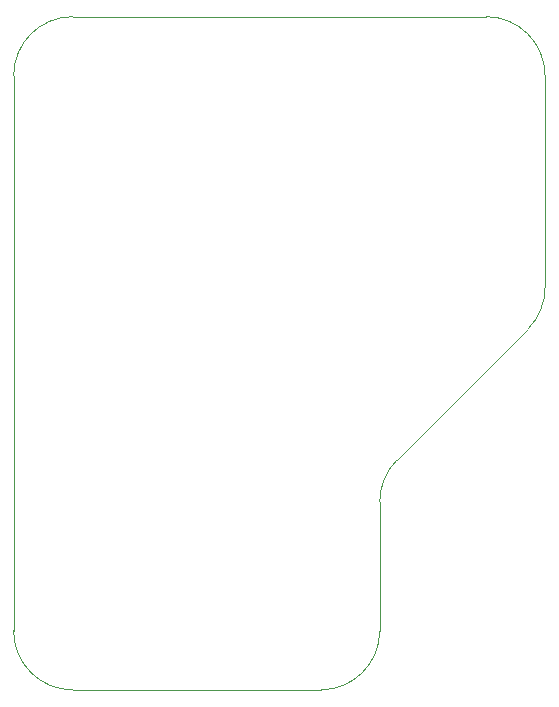
<source format=gbr>
%TF.GenerationSoftware,KiCad,Pcbnew,8.0.4*%
%TF.CreationDate,2024-07-28T20:22:53+02:00*%
%TF.ProjectId,pico-modxo,7069636f-2d6d-46f6-9478-6f2e6b696361,1.0*%
%TF.SameCoordinates,Original*%
%TF.FileFunction,Profile,NP*%
%FSLAX46Y46*%
G04 Gerber Fmt 4.6, Leading zero omitted, Abs format (unit mm)*
G04 Created by KiCad (PCBNEW 8.0.4) date 2024-07-28 20:22:53*
%MOMM*%
%LPD*%
G01*
G04 APERTURE LIST*
%TA.AperFunction,Profile*%
%ADD10C,0.050000*%
%TD*%
G04 APERTURE END LIST*
D10*
X85000000Y-31000000D02*
G75*
G02*
X90000000Y-36000000I0J-5000000D01*
G01*
X90000000Y-53928932D02*
G75*
G02*
X88535518Y-57464450I-5000000J32D01*
G01*
X45000000Y-83000000D02*
X45000000Y-36000000D01*
X88535534Y-57464466D02*
X77464466Y-68535534D01*
X76000000Y-72071068D02*
X76000000Y-83000000D01*
X71000000Y-88000000D02*
X50000000Y-88000000D01*
X76000000Y-72071068D02*
G75*
G02*
X77464441Y-68535509I5000200J-32D01*
G01*
X50000000Y-88000000D02*
G75*
G02*
X45000000Y-83000000I0J5000000D01*
G01*
X76000000Y-83000000D02*
G75*
G02*
X71000000Y-88000000I-5000000J0D01*
G01*
X90000000Y-36000000D02*
X90000000Y-53928932D01*
X45000000Y-36000000D02*
G75*
G02*
X50000000Y-31000000I5000000J0D01*
G01*
X50000000Y-31000000D02*
X85000000Y-31000000D01*
M02*

</source>
